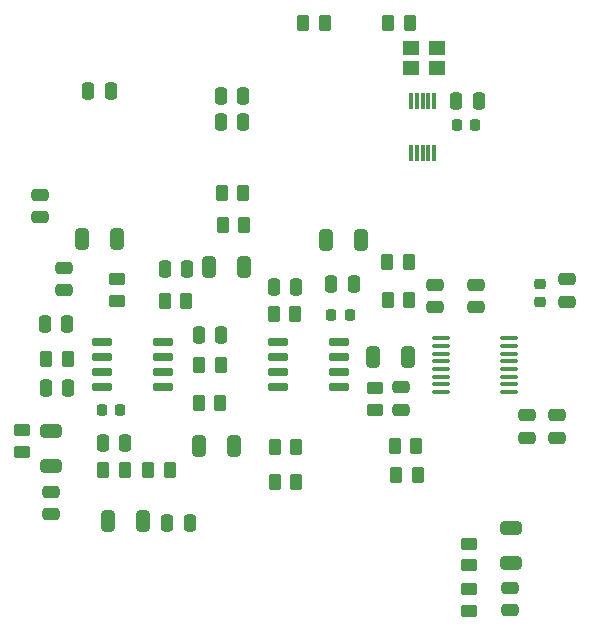
<source format=gbr>
%TF.GenerationSoftware,KiCad,Pcbnew,7.0.2*%
%TF.CreationDate,2023-05-21T11:23:20+02:00*%
%TF.ProjectId,sdrt41-tx,73647274-3431-42d7-9478-2e6b69636164,rev?*%
%TF.SameCoordinates,Original*%
%TF.FileFunction,Paste,Top*%
%TF.FilePolarity,Positive*%
%FSLAX46Y46*%
G04 Gerber Fmt 4.6, Leading zero omitted, Abs format (unit mm)*
G04 Created by KiCad (PCBNEW 7.0.2) date 2023-05-21 11:23:20*
%MOMM*%
%LPD*%
G01*
G04 APERTURE LIST*
G04 Aperture macros list*
%AMRoundRect*
0 Rectangle with rounded corners*
0 $1 Rounding radius*
0 $2 $3 $4 $5 $6 $7 $8 $9 X,Y pos of 4 corners*
0 Add a 4 corners polygon primitive as box body*
4,1,4,$2,$3,$4,$5,$6,$7,$8,$9,$2,$3,0*
0 Add four circle primitives for the rounded corners*
1,1,$1+$1,$2,$3*
1,1,$1+$1,$4,$5*
1,1,$1+$1,$6,$7*
1,1,$1+$1,$8,$9*
0 Add four rect primitives between the rounded corners*
20,1,$1+$1,$2,$3,$4,$5,0*
20,1,$1+$1,$4,$5,$6,$7,0*
20,1,$1+$1,$6,$7,$8,$9,0*
20,1,$1+$1,$8,$9,$2,$3,0*%
G04 Aperture macros list end*
%ADD10RoundRect,0.250000X-0.262500X-0.450000X0.262500X-0.450000X0.262500X0.450000X-0.262500X0.450000X0*%
%ADD11RoundRect,0.250000X0.262500X0.450000X-0.262500X0.450000X-0.262500X-0.450000X0.262500X-0.450000X0*%
%ADD12RoundRect,0.250000X-0.475000X0.250000X-0.475000X-0.250000X0.475000X-0.250000X0.475000X0.250000X0*%
%ADD13RoundRect,0.250000X-0.325000X-0.650000X0.325000X-0.650000X0.325000X0.650000X-0.325000X0.650000X0*%
%ADD14RoundRect,0.250000X0.450000X-0.262500X0.450000X0.262500X-0.450000X0.262500X-0.450000X-0.262500X0*%
%ADD15RoundRect,0.250000X0.475000X-0.250000X0.475000X0.250000X-0.475000X0.250000X-0.475000X-0.250000X0*%
%ADD16R,1.400000X1.200000*%
%ADD17RoundRect,0.250000X0.650000X-0.325000X0.650000X0.325000X-0.650000X0.325000X-0.650000X-0.325000X0*%
%ADD18RoundRect,0.100000X-0.637500X-0.100000X0.637500X-0.100000X0.637500X0.100000X-0.637500X0.100000X0*%
%ADD19RoundRect,0.218750X-0.218750X-0.256250X0.218750X-0.256250X0.218750X0.256250X-0.218750X0.256250X0*%
%ADD20RoundRect,0.250000X-0.250000X-0.475000X0.250000X-0.475000X0.250000X0.475000X-0.250000X0.475000X0*%
%ADD21RoundRect,0.218750X0.218750X0.256250X-0.218750X0.256250X-0.218750X-0.256250X0.218750X-0.256250X0*%
%ADD22RoundRect,0.250000X0.250000X0.475000X-0.250000X0.475000X-0.250000X-0.475000X0.250000X-0.475000X0*%
%ADD23RoundRect,0.150000X-0.725000X-0.150000X0.725000X-0.150000X0.725000X0.150000X-0.725000X0.150000X0*%
%ADD24RoundRect,0.250000X-0.450000X0.262500X-0.450000X-0.262500X0.450000X-0.262500X0.450000X0.262500X0*%
%ADD25RoundRect,0.218750X-0.256250X0.218750X-0.256250X-0.218750X0.256250X-0.218750X0.256250X0.218750X0*%
%ADD26RoundRect,0.250000X-0.650000X0.325000X-0.650000X-0.325000X0.650000X-0.325000X0.650000X0.325000X0*%
%ADD27R,0.300000X1.400000*%
%ADD28RoundRect,0.150000X0.725000X0.150000X-0.725000X0.150000X-0.725000X-0.150000X0.725000X-0.150000X0*%
G04 APERTURE END LIST*
D10*
%TO.C,R22*%
X118975500Y-61976000D03*
X120800500Y-61976000D03*
%TD*%
D11*
%TO.C,R20*%
X113585000Y-61976000D03*
X111760000Y-61976000D03*
%TD*%
D12*
%TO.C,C17*%
X120040400Y-92826800D03*
X120040400Y-94726800D03*
%TD*%
D13*
%TO.C,C23*%
X103775000Y-82650000D03*
X106725000Y-82650000D03*
%TD*%
D14*
%TO.C,R9*%
X117850000Y-94712500D03*
X117850000Y-92887500D03*
%TD*%
D12*
%TO.C,C28*%
X122936000Y-84140000D03*
X122936000Y-86040000D03*
%TD*%
D11*
%TO.C,R14*%
X106762500Y-79050000D03*
X104937500Y-79050000D03*
%TD*%
D13*
%TO.C,C25*%
X102919000Y-97790000D03*
X105869000Y-97790000D03*
%TD*%
D15*
%TO.C,C27*%
X133223000Y-97089000D03*
X133223000Y-95189000D03*
%TD*%
D14*
%TO.C,R21*%
X125800000Y-111760000D03*
X125800000Y-109935000D03*
%TD*%
D16*
%TO.C,Y1*%
X120900000Y-65767000D03*
X123100000Y-65767000D03*
X123100000Y-64067000D03*
X120900000Y-64067000D03*
%TD*%
D13*
%TO.C,C21*%
X95275000Y-104150000D03*
X98225000Y-104150000D03*
%TD*%
D17*
%TO.C,C9*%
X90424000Y-99519000D03*
X90424000Y-96569000D03*
%TD*%
D18*
%TO.C,U6*%
X123437500Y-88675000D03*
X123437500Y-89325000D03*
X123437500Y-89975000D03*
X123437500Y-90625000D03*
X123437500Y-91275000D03*
X123437500Y-91925000D03*
X123437500Y-92575000D03*
X123437500Y-93225000D03*
X129162500Y-93225000D03*
X129162500Y-92575000D03*
X129162500Y-91925000D03*
X129162500Y-91275000D03*
X129162500Y-90625000D03*
X129162500Y-89975000D03*
X129162500Y-89325000D03*
X129162500Y-88675000D03*
%TD*%
D15*
%TO.C,C7*%
X90424000Y-103566000D03*
X90424000Y-101666000D03*
%TD*%
D10*
%TO.C,R3*%
X100037500Y-85550000D03*
X101862500Y-85550000D03*
%TD*%
D15*
%TO.C,C6*%
X91500000Y-84600000D03*
X91500000Y-82700000D03*
%TD*%
D10*
%TO.C,R12*%
X119500000Y-97800000D03*
X121325000Y-97800000D03*
%TD*%
%TO.C,R11*%
X119637500Y-100250000D03*
X121462500Y-100250000D03*
%TD*%
D19*
%TO.C,L3*%
X114162500Y-86750000D03*
X115737500Y-86750000D03*
%TD*%
D20*
%TO.C,C10*%
X104780000Y-70358000D03*
X106680000Y-70358000D03*
%TD*%
D13*
%TO.C,C26*%
X117675000Y-90250000D03*
X120625000Y-90250000D03*
%TD*%
D21*
%TO.C,L6*%
X126343500Y-70632000D03*
X124768500Y-70632000D03*
%TD*%
D22*
%TO.C,C19*%
X102150000Y-104300000D03*
X100250000Y-104300000D03*
%TD*%
D10*
%TO.C,R15*%
X118887500Y-82250000D03*
X120712500Y-82250000D03*
%TD*%
D23*
%TO.C,U4*%
X109675000Y-88995000D03*
X109675000Y-90265000D03*
X109675000Y-91535000D03*
X109675000Y-92805000D03*
X114825000Y-92805000D03*
X114825000Y-91535000D03*
X114825000Y-90265000D03*
X114825000Y-88995000D03*
%TD*%
D12*
%TO.C,C31*%
X134112000Y-83682800D03*
X134112000Y-85582800D03*
%TD*%
D20*
%TO.C,C20*%
X114150000Y-84100000D03*
X116050000Y-84100000D03*
%TD*%
D22*
%TO.C,C36*%
X126633000Y-68600000D03*
X124733000Y-68600000D03*
%TD*%
D10*
%TO.C,R7*%
X102923500Y-94182000D03*
X104748500Y-94182000D03*
%TD*%
D24*
%TO.C,R1*%
X96012000Y-83669500D03*
X96012000Y-85494500D03*
%TD*%
D10*
%TO.C,R5*%
X94845500Y-99822000D03*
X96670500Y-99822000D03*
%TD*%
D13*
%TO.C,C24*%
X113714000Y-80391000D03*
X116664000Y-80391000D03*
%TD*%
D10*
%TO.C,R17*%
X109337500Y-97900000D03*
X111162500Y-97900000D03*
%TD*%
D25*
%TO.C,L5*%
X131775200Y-84048500D03*
X131775200Y-85623500D03*
%TD*%
D20*
%TO.C,C12*%
X89900000Y-87450000D03*
X91800000Y-87450000D03*
%TD*%
D22*
%TO.C,C18*%
X111186000Y-84328000D03*
X109286000Y-84328000D03*
%TD*%
%TO.C,C11*%
X104836000Y-88432000D03*
X102936000Y-88432000D03*
%TD*%
D10*
%TO.C,R4*%
X89987500Y-90450000D03*
X91812500Y-90450000D03*
%TD*%
D14*
%TO.C,R2*%
X87985600Y-98296100D03*
X87985600Y-96471100D03*
%TD*%
D26*
%TO.C,C35*%
X129400000Y-104775000D03*
X129400000Y-107725000D03*
%TD*%
D12*
%TO.C,C29*%
X126365000Y-84140000D03*
X126365000Y-86040000D03*
%TD*%
D21*
%TO.C,L2*%
X96291500Y-94742000D03*
X94716500Y-94742000D03*
%TD*%
D10*
%TO.C,R18*%
X109337500Y-100850000D03*
X111162500Y-100850000D03*
%TD*%
D22*
%TO.C,C15*%
X91850000Y-92900000D03*
X89950000Y-92900000D03*
%TD*%
D10*
%TO.C,R6*%
X102973500Y-90932000D03*
X104798500Y-90932000D03*
%TD*%
%TO.C,R10*%
X109287500Y-86600000D03*
X111112500Y-86600000D03*
%TD*%
%TO.C,R16*%
X118937500Y-85400000D03*
X120762500Y-85400000D03*
%TD*%
D27*
%TO.C,U7*%
X122873000Y-68559000D03*
X122373000Y-68559000D03*
X121873000Y-68559000D03*
X121373000Y-68559000D03*
X120873000Y-68559000D03*
X120873000Y-72959000D03*
X121373000Y-72959000D03*
X121873000Y-72959000D03*
X122373000Y-72959000D03*
X122873000Y-72959000D03*
%TD*%
D20*
%TO.C,C13*%
X104780000Y-68199000D03*
X106680000Y-68199000D03*
%TD*%
D12*
%TO.C,C34*%
X129286000Y-109794000D03*
X129286000Y-111694000D03*
%TD*%
D11*
%TO.C,R8*%
X100470500Y-99872000D03*
X98645500Y-99872000D03*
%TD*%
D22*
%TO.C,C16*%
X96708000Y-97536000D03*
X94808000Y-97536000D03*
%TD*%
D28*
%TO.C,U3*%
X99857000Y-92805000D03*
X99857000Y-91535000D03*
X99857000Y-90265000D03*
X99857000Y-88995000D03*
X94707000Y-88995000D03*
X94707000Y-90265000D03*
X94707000Y-91535000D03*
X94707000Y-92805000D03*
%TD*%
D15*
%TO.C,C30*%
X130683000Y-97089000D03*
X130683000Y-95189000D03*
%TD*%
%TO.C,C5*%
X89458800Y-78420000D03*
X89458800Y-76520000D03*
%TD*%
D20*
%TO.C,C3*%
X93588800Y-67716400D03*
X95488800Y-67716400D03*
%TD*%
D14*
%TO.C,R19*%
X125780800Y-107897300D03*
X125780800Y-106072300D03*
%TD*%
D13*
%TO.C,C8*%
X93013000Y-80264000D03*
X95963000Y-80264000D03*
%TD*%
D22*
%TO.C,C14*%
X101950000Y-82850000D03*
X100050000Y-82850000D03*
%TD*%
D11*
%TO.C,R13*%
X106712500Y-76400000D03*
X104887500Y-76400000D03*
%TD*%
M02*

</source>
